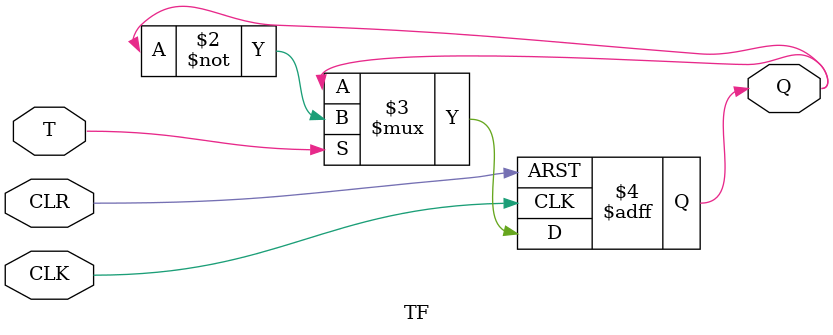
<source format=v>
module TF(Q , T, CLR, CLK);
input T, CLR, CLK ;
output reg Q ;

always @(posedge CLK or posedge CLR)
begin 
    if (CLR)
    Q <= 0 ;
    else
    begin 
        Q <= T?(~Q):Q ;
    end

end
endmodule
</source>
